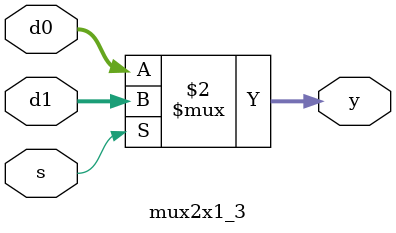
<source format=v>
module mux2x1_3 # (parameter WIDTH =19)
(input [WIDTH-1:0] d0, d1,
input s,
output [WIDTH-1:0] y);
assign y=(s==1'b0) ? d0 : d1;
endmodule
</source>
